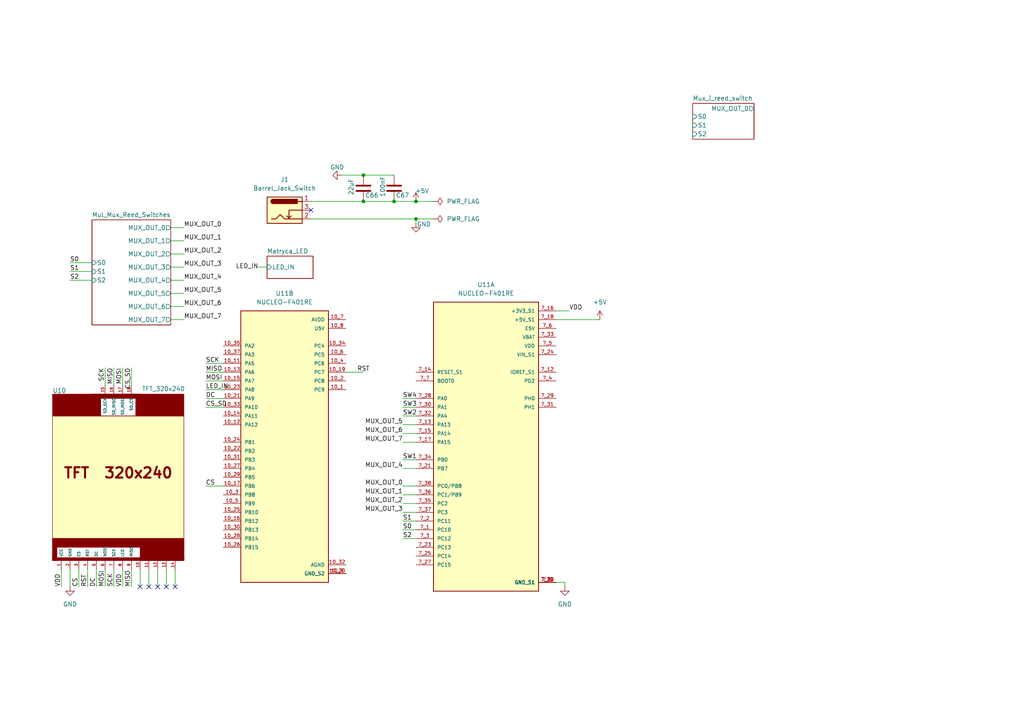
<source format=kicad_sch>
(kicad_sch (version 20250114) (generator "eeschema") (generator_version "9.0")
  (paper "A4")
  (lib_symbols
    (symbol "Connector:Barrel_Jack_Switch" (pin_names (hide yes))
      (property "Reference" "J" (at 0 5.334 0))
      (property "Value" "Barrel_Jack_Switch" (at 0 -5.08 0))
      (symbol "Barrel_Jack_Switch_0_1"
        (rectangle (start -5.08 3.81) (end 5.08 -3.81) (stroke (width 0.254)) (fill (type background)))
        (polyline (pts (xy -3.81 -2.54) (xy -2.54 -2.54) (xy -1.27 -1.27) (xy 0 -2.54) (xy 2.54 -2.54) (xy 5.08 -2.54)) (stroke (width 0.254)))
        (arc (start -3.302 1.905) (mid -3.9343 2.54) (end -3.302 3.175) (stroke (width 0.254)))
        (arc (start -3.302 1.905) (mid -3.9343 2.54) (end -3.302 3.175) (stroke (width 0.254)) (fill (type outline)))
        (polyline (pts (xy 1.27 -2.286) (xy 1.905 -1.651)) (stroke (width 0.254)))
        (rectangle (start 3.683 3.175) (end -3.302 1.905) (stroke (width 0.254)) (fill (type outline)))
        (polyline (pts (xy 5.08 2.54) (xy 3.81 2.54)) (stroke (width 0.254)))
        (polyline (pts (xy 5.08 0) (xy 1.27 0) (xy 1.27 -2.286) (xy 0.635 -1.651)) (stroke (width 0.254)))
      )
      (symbol "Barrel_Jack_Switch_1_1"
        (pin passive line (at 7.62 2.54 180) (length 2.54) (name "~") (number "1"))
        (pin passive line (at 7.62 0 180) (length 2.54) (name "~") (number "3"))
        (pin passive line (at 7.62 -2.54 180) (length 2.54) (name "~") (number "2"))
      )
    )
    (symbol "Device:C" (pin_numbers (hide yes)) (pin_names (offset 0.254))
      (property "Reference" "C" (at 0.635 2.54 0))
      (property "Value" "C" (at 0.635 -2.54 0))
      (symbol "C_0_1"
        (polyline (pts (xy -2.032 0.762) (xy 2.032 0.762)) (stroke (width 0.508)))
        (polyline (pts (xy -2.032 -0.762) (xy 2.032 -0.762)) (stroke (width 0.508)))
      )
      (symbol "C_1_1"
        (pin passive line (at 0 3.81 270) (length 2.794) (name "~") (number "1"))
        (pin passive line (at 0 -3.81 90) (length 2.794) (name "~") (number "2"))
      )
    )
    (symbol "NUCLEO-F401RE:NUCLEO-F401RE" (pin_names (offset 1.016))
      (property "Reference" "U" (at -15.24 41.91 0))
      (property "Value" "NUCLEO-F401RE" (at -15.24 -44.45 0))
      (symbol "NUCLEO-F401RE_1_0"
        (rectangle (start -15.24 -43.18) (end 15.24 40.64) (stroke (width 0.254)) (fill (type background)))
        (pin bidirectional line (at -20.32 20.32 0) (length 5.08) (name "RESET_S1") (number "7_14"))
        (pin bidirectional line (at -20.32 17.78 0) (length 5.08) (name "BOOT0") (number "7_7"))
        (pin bidirectional line (at -20.32 12.7 0) (length 5.08) (name "PA0") (number "7_28"))
        (pin bidirectional line (at -20.32 10.16 0) (length 5.08) (name "PA1") (number "7_30"))
        (pin bidirectional line (at -20.32 7.62 0) (length 5.08) (name "PA4") (number "7_32"))
        (pin bidirectional line (at -20.32 5.08 0) (length 5.08) (name "PA13") (number "7_13"))
        (pin bidirectional line (at -20.32 2.54 0) (length 5.08) (name "PA14") (number "7_15"))
        (pin bidirectional line (at -20.32 0 0) (length 5.08) (name "PA15") (number "7_17"))
        (pin bidirectional line (at -20.32 -5.08 0) (length 5.08) (name "PB0") (number "7_34"))
        (pin bidirectional line (at -20.32 -7.62 0) (length 5.08) (name "PB7") (number "7_21"))
        (pin bidirectional line (at -20.32 -12.7 0) (length 5.08) (name "PC0/PB8") (number "7_38"))
        (pin bidirectional line (at -20.32 -15.24 0) (length 5.08) (name "PC1/PB9") (number "7_36"))
        (pin bidirectional line (at -20.32 -17.78 0) (length 5.08) (name "PC2") (number "7_35"))
        (pin bidirectional line (at -20.32 -20.32 0) (length 5.08) (name "PC3") (number "7_37"))
        (pin bidirectional line (at -20.32 -22.86 0) (length 5.08) (name "PC11") (number "7_2"))
        (pin bidirectional line (at -20.32 -25.4 0) (length 5.08) (name "PC10") (number "7_1"))
        (pin bidirectional line (at -20.32 -27.94 0) (length 5.08) (name "PC12") (number "7_3"))
        (pin bidirectional line (at -20.32 -30.48 0) (length 5.08) (name "PC13") (number "7_23"))
        (pin bidirectional line (at -20.32 -33.02 0) (length 5.08) (name "PC14") (number "7_25"))
        (pin bidirectional line (at -20.32 -35.56 0) (length 5.08) (name "PC15") (number "7_27"))
        (pin power_in line (at 20.32 38.1 180) (length 5.08) (name "+3V3_S1") (number "7_16"))
        (pin power_in line (at 20.32 35.56 180) (length 5.08) (name "+5V_S1") (number "7_18"))
        (pin power_in line (at 20.32 33.02 180) (length 5.08) (name "E5V") (number "7_6"))
        (pin power_in line (at 20.32 30.48 180) (length 5.08) (name "VBAT") (number "7_33"))
        (pin power_in line (at 20.32 27.94 180) (length 5.08) (name "VDD") (number "7_5"))
        (pin power_in line (at 20.32 25.4 180) (length 5.08) (name "VIN_S1") (number "7_24"))
        (pin bidirectional line (at 20.32 20.32 180) (length 5.08) (name "IOREF_S1") (number "7_12"))
        (pin bidirectional line (at 20.32 17.78 180) (length 5.08) (name "PD2") (number "7_4"))
        (pin bidirectional line (at 20.32 12.7 180) (length 5.08) (name "PH0") (number "7_29"))
        (pin bidirectional line (at 20.32 10.16 180) (length 5.08) (name "PH1") (number "7_31"))
        (pin power_in line (at 20.32 -40.64 180) (length 5.08) (name "GND_S1") (number "7_19"))
        (pin power_in line (at 20.32 -40.64 180) (length 5.08) (name "GND_S1") (number "7_20"))
        (pin power_in line (at 20.32 -40.64 180) (length 5.08) (name "GND_S1") (number "7_22"))
        (pin power_in line (at 20.32 -40.64 180) (length 5.08) (name "GND_S1") (number "7_8"))
      )
      (symbol "NUCLEO-F401RE_2_0"
        (rectangle (start -12.7 -40.64) (end 12.7 38.1) (stroke (width 0.254)) (fill (type background)))
        (pin bidirectional line (at -17.78 27.94 0) (length 5.08) (name "PA2") (number "10_35"))
        (pin bidirectional line (at -17.78 25.4 0) (length 5.08) (name "PA3") (number "10_37"))
        (pin bidirectional line (at -17.78 22.86 0) (length 5.08) (name "PA5") (number "10_11"))
        (pin bidirectional line (at -17.78 20.32 0) (length 5.08) (name "PA6") (number "10_13"))
        (pin bidirectional line (at -17.78 17.78 0) (length 5.08) (name "PA7") (number "10_15"))
        (pin bidirectional line (at -17.78 15.24 0) (length 5.08) (name "PA8") (number "10_23"))
        (pin bidirectional line (at -17.78 12.7 0) (length 5.08) (name "PA9") (number "10_21"))
        (pin bidirectional line (at -17.78 10.16 0) (length 5.08) (name "PA10") (number "10_33"))
        (pin bidirectional line (at -17.78 7.62 0) (length 5.08) (name "PA11") (number "10_14"))
        (pin bidirectional line (at -17.78 5.08 0) (length 5.08) (name "PA12") (number "10_12"))
        (pin bidirectional line (at -17.78 0 0) (length 5.08) (name "PB1") (number "10_24"))
        (pin bidirectional line (at -17.78 -2.54 0) (length 5.08) (name "PB2") (number "10_22"))
        (pin bidirectional line (at -17.78 -5.08 0) (length 5.08) (name "PB3") (number "10_31"))
        (pin bidirectional line (at -17.78 -7.62 0) (length 5.08) (name "PB4") (number "10_27"))
        (pin bidirectional line (at -17.78 -10.16 0) (length 5.08) (name "PB5") (number "10_29"))
        (pin bidirectional line (at -17.78 -12.7 0) (length 5.08) (name "PB6") (number "10_17"))
        (pin bidirectional line (at -17.78 -15.24 0) (length 5.08) (name "PB8") (number "10_3"))
        (pin bidirectional line (at -17.78 -17.78 0) (length 5.08) (name "PB9") (number "10_5"))
        (pin bidirectional line (at -17.78 -20.32 0) (length 5.08) (name "PB10") (number "10_25"))
        (pin bidirectional line (at -17.78 -22.86 0) (length 5.08) (name "PB12") (number "10_16"))
        (pin bidirectional line (at -17.78 -25.4 0) (length 5.08) (name "PB13") (number "10_30"))
        (pin bidirectional line (at -17.78 -27.94 0) (length 5.08) (name "PB14") (number "10_28"))
        (pin bidirectional line (at -17.78 -30.48 0) (length 5.08) (name "PB15") (number "10_26"))
        (pin power_in line (at 17.78 35.56 180) (length 5.08) (name "AVDD") (number "10_7"))
        (pin power_in line (at 17.78 33.02 180) (length 5.08) (name "U5V") (number "10_8"))
        (pin bidirectional line (at 17.78 27.94 180) (length 5.08) (name "PC4") (number "10_34"))
        (pin bidirectional line (at 17.78 25.4 180) (length 5.08) (name "PC5") (number "10_6"))
        (pin bidirectional line (at 17.78 22.86 180) (length 5.08) (name "PC6") (number "10_4"))
        (pin bidirectional line (at 17.78 20.32 180) (length 5.08) (name "PC7") (number "10_19"))
        (pin bidirectional line (at 17.78 17.78 180) (length 5.08) (name "PC8") (number "10_2"))
        (pin bidirectional line (at 17.78 15.24 180) (length 5.08) (name "PC9") (number "10_1"))
        (pin power_in line (at 17.78 -35.56 180) (length 5.08) (name "AGND") (number "10_32"))
        (pin power_in line (at 17.78 -38.1 180) (length 5.08) (name "GND_S2") (number "10_20"))
        (pin power_in line (at 17.78 -38.1 180) (length 5.08) (name "GND_S2") (number "10_9"))
      )
      (symbol "NUCLEO-F401RE_3_0"
        (rectangle (start -10.16 -12.7) (end 10.16 10.16) (stroke (width 0.254)) (fill (type background)))
        (pin bidirectional line (at -15.24 -2.54 0) (length 5.08) (name "RESET") (number "6_3"))
        (pin bidirectional line (at -15.24 -5.08 0) (length 5.08) (name "IOREF") (number "6_2"))
        (pin power_in line (at 15.24 7.62 180) (length 5.08) (name "VIN") (number "6_8"))
        (pin power_in line (at 15.24 5.08 180) (length 5.08) (name "+5V") (number "6_5"))
        (pin power_in line (at 15.24 2.54 180) (length 5.08) (name "+3V3") (number "6_4"))
        (pin power_in line (at 15.24 -10.16 180) (length 5.08) (name "GND") (number "6_6"))
        (pin power_in line (at 15.24 -10.16 180) (length 5.08) (name "GND") (number "6_7"))
      )
      (symbol "NUCLEO-F401RE_4_0"
        (rectangle (start -5.08 -12.7) (end 5.08 12.7) (stroke (width 0.254)) (fill (type background)))
        (pin input line (at -10.16 10.16 0) (length 5.08) (name "D0") (number "9_1"))
        (pin output line (at -10.16 7.62 0) (length 5.08) (name "D1") (number "9_2"))
        (pin bidirectional line (at -10.16 2.54 0) (length 5.08) (name "D2") (number "9_3"))
        (pin bidirectional line (at -10.16 0 0) (length 5.08) (name "D3") (number "9_4"))
        (pin bidirectional line (at -10.16 -2.54 0) (length 5.08) (name "D4") (number "9_5"))
        (pin bidirectional line (at -10.16 -5.08 0) (length 5.08) (name "D5") (number "9_6"))
        (pin bidirectional line (at -10.16 -7.62 0) (length 5.08) (name "D6") (number "9_7"))
        (pin bidirectional line (at -10.16 -10.16 0) (length 5.08) (name "D7") (number "9_8"))
      )
      (symbol "NUCLEO-F401RE_5_0"
        (rectangle (start -5.08 -10.16) (end 5.08 7.62) (stroke (width 0.254)) (fill (type background)))
        (pin input line (at -10.16 5.08 0) (length 5.08) (name "A0") (number "8_1"))
        (pin input line (at -10.16 2.54 0) (length 5.08) (name "A1") (number "8_2"))
        (pin input line (at -10.16 0 0) (length 5.08) (name "A2") (number "8_3"))
        (pin input line (at -10.16 -2.54 0) (length 5.08) (name "A3") (number "8_4"))
        (pin input line (at -10.16 -5.08 0) (length 5.08) (name "A4") (number "8_5"))
        (pin input line (at -10.16 -7.62 0) (length 5.08) (name "A5") (number "8_6"))
      )
      (symbol "NUCLEO-F401RE_6_0"
        (rectangle (start -10.16 -17.78) (end 10.16 15.24) (stroke (width 0.254)) (fill (type background)))
        (pin bidirectional line (at -15.24 7.62 0) (length 5.08) (name "D8") (number "5_1"))
        (pin bidirectional line (at -15.24 5.08 0) (length 5.08) (name "D9") (number "5_2"))
        (pin bidirectional line (at -15.24 2.54 0) (length 5.08) (name "D10") (number "5_3"))
        (pin bidirectional line (at -15.24 0 0) (length 5.08) (name "D11") (number "5_4"))
        (pin bidirectional line (at -15.24 -2.54 0) (length 5.08) (name "D12") (number "5_5"))
        (pin bidirectional clock (at -15.24 -5.08 0) (length 5.08) (name "D13") (number "5_6"))
        (pin bidirectional line (at -15.24 -7.62 0) (length 5.08) (name "D14") (number "5_9"))
        (pin bidirectional clock (at -15.24 -10.16 0) (length 5.08) (name "D15") (number "5_10"))
        (pin power_in line (at 15.24 12.7 180) (length 5.08) (name "AREF") (number "5_8"))
        (pin power_in line (at 15.24 -15.24 180) (length 5.08) (name "GND_S6") (number "5_7"))
      )
    )
    (symbol "power:+5V" (power) (pin_numbers (hide yes)) (pin_names (offset 0) (hide yes))
      (property "Value" "+5V" (at 0 3.556 0))
      (symbol "+5V_0_1"
        (polyline (pts (xy -0.762 1.27) (xy 0 2.54)))
        (polyline (pts (xy 0 2.54) (xy 0.762 1.27)))
        (polyline (pts (xy 0 0) (xy 0 2.54)))
      )
      (symbol "+5V_1_1"
        (pin power_in line (at 0 0 90) (length 0) (name "~") (number "1"))
      )
    )
    (symbol "power:GND" (power) (pin_numbers (hide yes)) (pin_names (offset 0) (hide yes))
      (property "Value" "GND" (at 0 -3.81 0))
      (symbol "GND_0_1"
        (polyline (pts (xy 0 0) (xy 0 -1.27) (xy 1.27 -1.27) (xy 0 -2.54) (xy -1.27 -1.27) (xy 0 -1.27)))
      )
      (symbol "GND_1_1"
        (pin power_in line (at 0 0 270) (length 0) (name "~") (number "1"))
      )
    )
    (symbol "power:PWR_FLAG" (power) (pin_numbers (hide yes)) (pin_names (offset 0) (hide yes))
      (property "Value" "PWR_FLAG" (at 0 3.81 0))
      (symbol "PWR_FLAG_0_0"
        (pin power_out line (at 0 0 90) (length 0) (name "~") (number "1"))
      )
      (symbol "PWR_FLAG_0_1"
        (polyline (pts (xy 0 0) (xy 0 1.27) (xy -1.016 1.905) (xy 0 2.54) (xy 1.016 1.905) (xy 0 1.27)))
      )
    )
    (symbol "tft_320x240:TFT_320x240" (pin_names (offset 1.016))
      (property "Reference" "U10" (at -19.05 49.276 0))
      (property "Value" "TFT_320x240" (at 6.858 49.784 0))
      (symbol "TFT_320x240_0_0"
        (text "TFT  320x240" (at 0 25.4 0) (effects (font (size 2.9972 2.9972) (bold yes))))
      )
      (symbol "TFT_320x240_0_1"
        (rectangle (start -19.05 48.26) (end -5.08 41.91) (fill (type outline)))
        (rectangle (start -19.05 41.91) (end 19.05 6.35) (fill (type background)))
        (rectangle (start -19.05 6.35) (end 19.05 3.81) (fill (type outline)))
        (rectangle (start -19.05 0) (end 19.05 6.35))
        (rectangle (start -19.05 0) (end 19.05 0.8382) (fill (type outline)))
        (rectangle (start -17.78 0) (end -19.05 3.81) (fill (type outline)))
        (rectangle (start -7.62 48.26) (end 6.35 46.99) (fill (type outline)))
        (rectangle (start -5.08 48.26) (end 5.08 41.91))
        (rectangle (start 5.08 48.26) (end 19.05 41.91) (fill (type outline)))
        (rectangle (start 19.05 0) (end 6.35 3.81) (fill (type outline)))
      )
      (symbol "TFT_320x240_1_1"
        (pin power_in line (at -16.51 -2.54 90) (length 2.54) (name "VCC") (number "1"))
        (pin power_in line (at -13.97 -2.54 90) (length 2.54) (name "GND") (number "2"))
        (pin bidirectional line (at -11.43 -2.54 90) (length 2.54) (name "CS") (number "3"))
        (pin bidirectional line (at -8.89 -2.54 90) (length 2.54) (name "RST") (number "4"))
        (pin bidirectional line (at -6.35 -2.54 90) (length 2.54) (name "DC") (number "5"))
        (pin bidirectional line (at -3.81 50.8 270) (length 2.54) (name "SD_SCK") (number "15"))
        (pin bidirectional line (at -3.81 -2.54 90) (length 2.54) (name "MOSI") (number "6"))
        (pin bidirectional line (at -1.27 50.8 270) (length 2.54) (name "SD_MISO") (number "16"))
        (pin bidirectional line (at -1.27 -2.54 90) (length 2.54) (name "SCK") (number "7"))
        (pin bidirectional line (at 1.27 50.8 270) (length 2.54) (name "SD_MOSI") (number "17"))
        (pin power_in line (at 1.27 -2.54 90) (length 2.54) (name "LED") (number "8"))
        (pin bidirectional line (at 3.81 50.8 270) (length 2.54) (name "SD_CS") (number "18"))
        (pin bidirectional line (at 3.81 -2.54 90) (length 2.54) (name "MISO") (number "9"))
        (pin bidirectional line (at 6.35 -2.54 90) (length 2.54) (name "~") (number "10"))
        (pin bidirectional line (at 8.89 -2.54 90) (length 2.54) (name "~") (number "11"))
        (pin bidirectional line (at 11.43 -2.54 90) (length 2.54) (name "~") (number "12"))
        (pin bidirectional line (at 13.97 -2.54 90) (length 2.54) (name "~") (number "13"))
        (pin bidirectional line (at 16.51 -2.54 90) (length 2.54) (name "~") (number "14"))
      )
    )
  )
  (junction (at 120.65 58.42))
  (junction (at 105.41 50.8))
  (junction (at 105.41 58.42))
  (junction (at 120.65 63.5))
  (junction (at 114.3 58.42))
  (no_connect (at 48.26 170.18))
  (no_connect (at 50.8 170.18))
  (no_connect (at 43.18 170.18))
  (no_connect (at 40.64 170.18))
  (no_connect (at 90.17 60.96))
  (no_connect (at 45.72 170.18))
  (wire (pts (xy 30.48 106.68) (xy 30.48 111.76)))
  (wire (pts (xy 59.69 113.03) (xy 64.77 113.03)))
  (wire (pts (xy 163.83 168.91) (xy 163.83 170.18)))
  (wire (pts (xy 49.53 66.04) (xy 53.34 66.04)))
  (wire (pts (xy 49.53 85.09) (xy 53.34 85.09)))
  (wire (pts (xy 116.84 135.89) (xy 120.65 135.89)))
  (wire (pts (xy 20.32 81.28) (xy 26.67 81.28)))
  (wire (pts (xy 59.69 107.95) (xy 64.77 107.95)))
  (wire (pts (xy 30.48 165.1) (xy 30.48 170.18)))
  (wire (pts (xy 22.86 165.1) (xy 22.86 170.18)))
  (wire (pts (xy 90.17 58.42) (xy 105.41 58.42)))
  (wire (pts (xy 116.84 120.65) (xy 120.65 120.65)))
  (wire (pts (xy 120.65 63.5) (xy 120.65 64.77)))
  (wire (pts (xy 116.84 146.05) (xy 120.65 146.05)))
  (wire (pts (xy 116.84 125.73) (xy 120.65 125.73)))
  (wire (pts (xy 25.4 165.1) (xy 25.4 170.18)))
  (wire (pts (xy 49.53 81.28) (xy 53.34 81.28)))
  (wire (pts (xy 120.65 63.5) (xy 125.73 63.5)))
  (wire (pts (xy 116.84 148.59) (xy 120.65 148.59)))
  (wire (pts (xy 59.69 110.49) (xy 64.77 110.49)))
  (wire (pts (xy 105.41 50.8) (xy 114.3 50.8)))
  (wire (pts (xy 33.02 165.1) (xy 33.02 170.18)))
  (wire (pts (xy 74.93 77.47) (xy 77.47 77.47)))
  (wire (pts (xy 114.3 58.42) (xy 120.65 58.42)))
  (wire (pts (xy 20.32 76.2) (xy 26.67 76.2)))
  (wire (pts (xy 49.53 92.71) (xy 53.34 92.71)))
  (wire (pts (xy 27.94 165.1) (xy 27.94 170.18)))
  (wire (pts (xy 90.17 63.5) (xy 120.65 63.5)))
  (wire (pts (xy 116.84 153.67) (xy 120.65 153.67)))
  (wire (pts (xy 17.78 165.1) (xy 17.78 170.18)))
  (wire (pts (xy 20.32 165.1) (xy 20.32 170.18)))
  (wire (pts (xy 116.84 123.19) (xy 120.65 123.19)))
  (wire (pts (xy 48.26 165.1) (xy 48.26 170.18)))
  (wire (pts (xy 49.53 69.85) (xy 53.34 69.85)))
  (wire (pts (xy 59.69 140.97) (xy 64.77 140.97)))
  (wire (pts (xy 50.8 165.1) (xy 50.8 170.18)))
  (wire (pts (xy 161.29 90.17) (xy 165.1 90.17)))
  (wire (pts (xy 59.69 115.57) (xy 64.77 115.57)))
  (wire (pts (xy 20.32 78.74) (xy 26.67 78.74)))
  (wire (pts (xy 40.64 165.1) (xy 40.64 170.18)))
  (wire (pts (xy 105.41 58.42) (xy 114.3 58.42)))
  (wire (pts (xy 116.84 133.35) (xy 120.65 133.35)))
  (wire (pts (xy 161.29 168.91) (xy 163.83 168.91)))
  (wire (pts (xy 161.29 92.71) (xy 173.99 92.71)))
  (wire (pts (xy 59.69 118.11) (xy 64.77 118.11)))
  (wire (pts (xy 116.84 118.11) (xy 120.65 118.11)))
  (wire (pts (xy 38.1 106.68) (xy 38.1 111.76)))
  (wire (pts (xy 116.84 143.51) (xy 120.65 143.51)))
  (wire (pts (xy 116.84 128.27) (xy 120.65 128.27)))
  (wire (pts (xy 99.06 50.8) (xy 105.41 50.8)))
  (wire (pts (xy 35.56 106.68) (xy 35.56 111.76)))
  (wire (pts (xy 100.33 107.95) (xy 105.41 107.95)))
  (wire (pts (xy 35.56 165.1) (xy 35.56 170.18)))
  (wire (pts (xy 45.72 165.1) (xy 45.72 170.18)))
  (wire (pts (xy 33.02 106.68) (xy 33.02 111.76)))
  (wire (pts (xy 116.84 156.21) (xy 120.65 156.21)))
  (wire (pts (xy 49.53 77.47) (xy 53.34 77.47)))
  (wire (pts (xy 116.84 151.13) (xy 120.65 151.13)))
  (wire (pts (xy 49.53 88.9) (xy 53.34 88.9)))
  (wire (pts (xy 116.84 140.97) (xy 120.65 140.97)))
  (wire (pts (xy 43.18 165.1) (xy 43.18 170.18)))
  (wire (pts (xy 38.1 165.1) (xy 38.1 170.18)))
  (wire (pts (xy 120.65 58.42) (xy 125.73 58.42)))
  (wire (pts (xy 59.69 105.41) (xy 64.77 105.41)))
  (wire (pts (xy 49.53 73.66) (xy 53.34 73.66)))
  (wire (pts (xy 116.84 115.57) (xy 120.65 115.57)))
  (label "MUX_OUT_0" (at 53.34 66.04 0))
  (label "RST" (at 25.4 170.18 90))
  (label "SW4" (at 116.84 115.57 0))
  (label "VDD" (at 165.1 90.17 0))
  (label "S0" (at 20.32 76.2 0))
  (label "MUX_OUT_2" (at 53.34 73.66 0))
  (label "MUX_OUT_3" (at 53.34 77.47 0))
  (label "MUX_OUT_5" (at 53.34 85.09 0))
  (label "MUX_OUT_7" (at 116.84 128.27 180))
  (label "CS" (at 22.86 170.18 90))
  (label "MUX_OUT_0" (at 116.84 140.97 180))
  (label "LED_IN" (at 59.69 113.03 0))
  (label "SCK" (at 33.02 170.18 90))
  (label "DC" (at 59.69 115.57 0))
  (label "MUX_OUT_6" (at 116.84 125.73 180))
  (label "MUX_OUT_3" (at 116.84 148.59 180))
  (label "MISO" (at 38.1 170.18 90))
  (label "MUX_OUT_2" (at 116.84 146.05 180))
  (label "MOSI" (at 30.48 170.18 90))
  (label "MUX_OUT_1" (at 116.84 143.51 180))
  (label "MUX_OUT_6" (at 53.34 88.9 0))
  (label "S1" (at 116.84 151.13 0))
  (label "MOSI" (at 35.56 106.68 270))
  (label "DC" (at 27.94 170.18 90))
  (label "MUX_OUT_4" (at 116.84 135.89 180))
  (label "S1" (at 20.32 78.74 0))
  (label "SCK" (at 59.69 105.41 0))
  (label "MISO" (at 33.02 106.68 270))
  (label "MUX_OUT_7" (at 53.34 92.71 0))
  (label "SW3" (at 116.84 118.11 0))
  (label "VDD" (at 35.56 170.18 90))
  (label "MISO" (at 59.69 107.95 0))
  (label "S2" (at 116.84 156.21 0))
  (label "MUX_OUT_4" (at 53.34 81.28 0))
  (label "SW2" (at 116.84 120.65 0))
  (label "SW1" (at 116.84 133.35 0))
  (label "RST" (at 105.41 107.95 0))
  (label "CS" (at 59.69 140.97 0))
  (label "SCK" (at 30.48 106.68 270))
  (label "LED_IN" (at 74.93 77.47 180))
  (label "VDD" (at 17.78 170.18 90))
  (label "CS_SD" (at 38.1 106.68 270))
  (label "MUX_OUT_5" (at 116.84 123.19 180))
  (label "MUX_OUT_1" (at 53.34 69.85 0))
  (label "MOSI" (at 59.69 110.49 0))
  (label "S0" (at 116.84 153.67 0))
  (label "S2" (at 20.32 81.28 0))
  (label "CS_SD" (at 59.69 118.11 0))
  (symbol (lib_id "power:+5V") (at 120.65 58.42 0) (unit 1)
    (property "Reference" "#PWR0195" (effects (hide yes)))
    (property "Value" "+5V" (at 122.428 55.372 0))
    (property "Description" "Power symbol creates a global label with name \"+5V\"" (effects (hide yes)))
  )
  (symbol (lib_id "Connector:Barrel_Jack_Switch") (at 82.55 60.96 0) (unit 1)
    (property "Reference" "J1" (at 82.55 52.07 0))
    (property "Value" "Barrel_Jack_Switch" (at 82.55 54.61 0))
    (property "Footprint" "Connector_BarrelJack:BarrelJack_Horizontal" (effects (hide yes)))
    (property "Description" "DC Barrel Jack with an internal switch" (effects (hide yes)))
  )
  (symbol (lib_id "power:GND") (at 120.65 64.77 0) (unit 1)
    (property "Reference" "#PWR0196" (effects (hide yes)))
    (property "Value" "GND" (at 122.936 65.024 0))
    (property "Description" "Power symbol creates a global label with name \"GND\" , ground" (effects (hide yes)))
  )
  (symbol (lib_id "power:GND") (at 163.83 170.18 0) (unit 1)
    (property "Reference" "#PWR0245" (effects (hide yes)))
    (property "Value" "GND" (at 163.83 175.26 0))
    (property "Description" "Power symbol creates a global label with name \"GND\" , ground" (effects (hide yes)))
  )
  (symbol (lib_id "power:GND") (at 20.32 170.18 0) (unit 1)
    (property "Reference" "#PWR0243" (effects (hide yes)))
    (property "Value" "GND" (at 20.32 175.26 0))
    (property "Description" "Power symbol creates a global label with name \"GND\" , ground" (effects (hide yes)))
  )
  (symbol (lib_id "NUCLEO-F401RE:NUCLEO-F401RE") (at 82.55 128.27 0) (unit 2)
    (property "Reference" "U11" (at 82.55 85.09 0))
    (property "Value" "NUCLEO-F401RE" (at 82.55 87.63 0))
    (property "Footprint" "NUCLEO-F401RE:ST_NUCLEO-F401RE" (effects (hide yes)))
    (property "MF" "STMicroelectronics" (effects (hide yes)))
    (property "Description_1" "STM32F401RE, mbed-Enabled Development Nucleo-64 STM32F4 ARM® Cortex®-M4 MCU 32-Bit Embedded Evaluation Board" (effects (hide yes)))
    (property "Package" "None" (effects (hide yes)))
    (property "Price" "None" (effects (hide yes)))
    (property "Check_prices" "https://www.snapeda.com/parts/NUCLEO-F401RE/STMicroelectronics/view-part/?ref=eda" (effects (hide yes)))
    (property "STANDARD" "Manufacturer Recommendations" (effects (hide yes)))
    (property "PARTREV" "13" (effects (hide yes)))
    (property "SnapEDA_Link" "https://www.snapeda.com/parts/NUCLEO-F401RE/STMicroelectronics/view-part/?ref=snap" (effects (hide yes)))
    (property "MP" "NUCLEO-F401RE" (effects (hide yes)))
    (property "Availability" "In Stock" (effects (hide yes)))
    (property "MANUFACTURER" "STMicroelectronics" (effects (hide yes)))
  )
  (symbol (lib_id "power:GND") (at 99.06 50.8 270) (unit 1)
    (property "Reference" "#PWR0193" (effects (hide yes)))
    (property "Value" "GND" (at 99.822 48.514 90) (effects (justify right)))
    (property "Description" "Power symbol creates a global label with name \"GND\" , ground" (effects (hide yes)))
  )
  (symbol (lib_id "Device:C") (at 105.41 54.61 0) (unit 1)
    (property "Reference" "C66" (at 105.918 56.642 0) (effects (justify left)))
    (property "Value" "22uF" (at 101.854 56.642 90) (effects (justify left)))
    (property "Footprint" "Capacitor_THT:CP_Radial_D4.0mm_P2.00mm" (effects (hide yes)))
    (property "Description" "Unpolarized capacitor" (effects (hide yes)))
  )
  (symbol (lib_id "Device:C") (at 114.3 54.61 0) (unit 1)
    (property "Reference" "C67" (at 114.808 56.642 0) (effects (justify left)))
    (property "Value" "100nF" (at 110.998 57.15 90) (effects (justify left)))
    (property "Footprint" "Capacitor_THT:CP_Radial_D4.0mm_P2.00mm" (effects (hide yes)))
    (property "Description" "Unpolarized capacitor" (effects (hide yes)))
  )
  (symbol (lib_id "NUCLEO-F401RE:NUCLEO-F401RE") (at 140.97 128.27 0) (unit 1)
    (property "Reference" "U11" (at 140.97 82.55 0))
    (property "Value" "NUCLEO-F401RE" (at 140.97 85.09 0))
    (property "Footprint" "NUCLEO-F401RE:ST_NUCLEO-F401RE" (effects (hide yes)))
    (property "MF" "STMicroelectronics" (effects (hide yes)))
    (property "Description_1" "STM32F401RE, mbed-Enabled Development Nucleo-64 STM32F4 ARM® Cortex®-M4 MCU 32-Bit Embedded Evaluation Board" (effects (hide yes)))
    (property "Package" "None" (effects (hide yes)))
    (property "Price" "None" (effects (hide yes)))
    (property "Check_prices" "https://www.snapeda.com/parts/NUCLEO-F401RE/STMicroelectronics/view-part/?ref=eda" (effects (hide yes)))
    (property "STANDARD" "Manufacturer Recommendations" (effects (hide yes)))
    (property "PARTREV" "13" (effects (hide yes)))
    (property "SnapEDA_Link" "https://www.snapeda.com/parts/NUCLEO-F401RE/STMicroelectronics/view-part/?ref=snap" (effects (hide yes)))
    (property "MP" "NUCLEO-F401RE" (effects (hide yes)))
    (property "Availability" "In Stock" (effects (hide yes)))
    (property "MANUFACTURER" "STMicroelectronics" (effects (hide yes)))
  )
  (symbol (lib_id "power:PWR_FLAG") (at 125.73 58.42 270) (unit 1)
    (property "Reference" "#FLG01" (effects (hide yes)))
    (property "Value" "PWR_FLAG" (at 129.54 58.4199 90) (effects (justify left)))
    (property "Description" "Special symbol for telling ERC where power comes from" (effects (hide yes)))
  )
  (symbol (lib_id "power:PWR_FLAG") (at 125.73 63.5 270) (unit 1)
    (property "Reference" "#FLG02" (effects (hide yes)))
    (property "Value" "PWR_FLAG" (at 129.54 63.4999 90) (effects (justify left)))
    (property "Description" "Special symbol for telling ERC where power comes from" (effects (hide yes)))
  )
  (symbol (lib_id "tft_320x240:TFT_320x240") (at 34.29 162.56 0) (unit 1)
    (property "Reference" "U10" (at 15.24 113.284 0) (effects (justify left)))
    (property "Value" "TFT_320x240" (at 41.148 112.776 0) (effects (justify left)))
    (property "Footprint" "TFT_screen:TFT-320x240" (effects (hide yes)))
  )
  (symbol (lib_id "power:+5V") (at 173.99 92.71 0) (unit 1)
    (property "Reference" "#PWR0241" (effects (hide yes)))
    (property "Value" "+5V" (at 173.99 87.63 0))
    (property "Description" "Power symbol creates a global label with name \"+5V\"" (effects (hide yes)))
  )
  (sheet (at 200.914 29.972) (size 17.78 10.414) (stroke (width 0.1524))
    (property "Sheetname" "Mux_i_reed_switch" (at 200.914 29.2604 0) (effects (justify left bottom)))
    (property "Sheetfile" "Mux_i_reed_switch.kicad_sch" (effects (hide yes)))
    (pin "MUX_OUT_0" output (at 218.694 31.496 0))
    (pin "S0" input (at 200.914 33.782 180))
    (pin "S1" input (at 200.914 36.322 180))
    (pin "S2" input (at 200.914 38.862 180))
  )
  (sheet (at 77.47 74.295) (size 13.335 6.477) (stroke (width 0.1524))
    (property "Sheetname" "Matryca_LED" (at 77.47 73.5834 0) (effects (justify left bottom)))
    (property "Sheetfile" "Matryca_LED.kicad_sch" (effects (hide yes)))
    (pin "LED_IN" input (at 77.47 77.47 180))
  )
  (sheet (at 26.67 63.754) (size 22.86 30.48) (stroke (width 0.1524))
    (property "Sheetname" "Mul_Mux_Reed_Switches" (at 26.67 63.0424 0) (effects (justify left bottom)))
    (property "Sheetfile" "Mul_Mux_Reed_Switches.kicad_sch" (effects (hide yes)))
    (pin "S0" input (at 26.67 76.2 180))
    (pin "S1" input (at 26.67 78.74 180))
    (pin "S2" input (at 26.67 81.28 180))
    (pin "MUX_OUT_0" output (at 49.53 66.04 0))
    (pin "MUX_OUT_1" output (at 49.53 69.85 0))
    (pin "MUX_OUT_2" output (at 49.53 73.66 0))
    (pin "MUX_OUT_3" output (at 49.53 77.47 0))
    (pin "MUX_OUT_4" output (at 49.53 81.28 0))
    (pin "MUX_OUT_5" output (at 49.53 85.09 0))
    (pin "MUX_OUT_6" output (at 49.53 88.9 0))
    (pin "MUX_OUT_7" output (at 49.53 92.71 0))
  )
)
</source>
